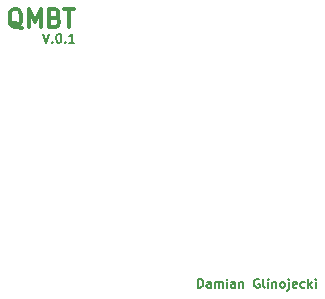
<source format=gbo>
G04 #@! TF.FileFunction,Legend,Bot*
%FSLAX46Y46*%
G04 Gerber Fmt 4.6, Leading zero omitted, Abs format (unit mm)*
G04 Created by KiCad (PCBNEW (2014-12-04 BZR 5312)-product) date 1/7/2015 12:55:41 AM*
%MOMM*%
G01*
G04 APERTURE LIST*
%ADD10C,0.100000*%
%ADD11C,0.190500*%
%ADD12C,0.300000*%
G04 APERTURE END LIST*
D10*
D11*
X68426874Y-50580834D02*
X68426874Y-49818834D01*
X68608302Y-49818834D01*
X68717159Y-49855120D01*
X68789731Y-49927691D01*
X68826016Y-50000263D01*
X68862302Y-50145406D01*
X68862302Y-50254263D01*
X68826016Y-50399406D01*
X68789731Y-50471977D01*
X68717159Y-50544549D01*
X68608302Y-50580834D01*
X68426874Y-50580834D01*
X69515445Y-50580834D02*
X69515445Y-50181691D01*
X69479159Y-50109120D01*
X69406588Y-50072834D01*
X69261445Y-50072834D01*
X69188874Y-50109120D01*
X69515445Y-50544549D02*
X69442874Y-50580834D01*
X69261445Y-50580834D01*
X69188874Y-50544549D01*
X69152588Y-50471977D01*
X69152588Y-50399406D01*
X69188874Y-50326834D01*
X69261445Y-50290549D01*
X69442874Y-50290549D01*
X69515445Y-50254263D01*
X69878303Y-50580834D02*
X69878303Y-50072834D01*
X69878303Y-50145406D02*
X69914588Y-50109120D01*
X69987160Y-50072834D01*
X70096017Y-50072834D01*
X70168588Y-50109120D01*
X70204874Y-50181691D01*
X70204874Y-50580834D01*
X70204874Y-50181691D02*
X70241160Y-50109120D01*
X70313731Y-50072834D01*
X70422588Y-50072834D01*
X70495160Y-50109120D01*
X70531445Y-50181691D01*
X70531445Y-50580834D01*
X70894303Y-50580834D02*
X70894303Y-50072834D01*
X70894303Y-49818834D02*
X70858017Y-49855120D01*
X70894303Y-49891406D01*
X70930588Y-49855120D01*
X70894303Y-49818834D01*
X70894303Y-49891406D01*
X71583731Y-50580834D02*
X71583731Y-50181691D01*
X71547445Y-50109120D01*
X71474874Y-50072834D01*
X71329731Y-50072834D01*
X71257160Y-50109120D01*
X71583731Y-50544549D02*
X71511160Y-50580834D01*
X71329731Y-50580834D01*
X71257160Y-50544549D01*
X71220874Y-50471977D01*
X71220874Y-50399406D01*
X71257160Y-50326834D01*
X71329731Y-50290549D01*
X71511160Y-50290549D01*
X71583731Y-50254263D01*
X71946589Y-50072834D02*
X71946589Y-50580834D01*
X71946589Y-50145406D02*
X71982874Y-50109120D01*
X72055446Y-50072834D01*
X72164303Y-50072834D01*
X72236874Y-50109120D01*
X72273160Y-50181691D01*
X72273160Y-50580834D01*
X73615731Y-49855120D02*
X73543160Y-49818834D01*
X73434303Y-49818834D01*
X73325446Y-49855120D01*
X73252874Y-49927691D01*
X73216589Y-50000263D01*
X73180303Y-50145406D01*
X73180303Y-50254263D01*
X73216589Y-50399406D01*
X73252874Y-50471977D01*
X73325446Y-50544549D01*
X73434303Y-50580834D01*
X73506874Y-50580834D01*
X73615731Y-50544549D01*
X73652017Y-50508263D01*
X73652017Y-50254263D01*
X73506874Y-50254263D01*
X74087446Y-50580834D02*
X74014874Y-50544549D01*
X73978589Y-50471977D01*
X73978589Y-49818834D01*
X74377732Y-50580834D02*
X74377732Y-50072834D01*
X74377732Y-49818834D02*
X74341446Y-49855120D01*
X74377732Y-49891406D01*
X74414017Y-49855120D01*
X74377732Y-49818834D01*
X74377732Y-49891406D01*
X74740589Y-50072834D02*
X74740589Y-50580834D01*
X74740589Y-50145406D02*
X74776874Y-50109120D01*
X74849446Y-50072834D01*
X74958303Y-50072834D01*
X75030874Y-50109120D01*
X75067160Y-50181691D01*
X75067160Y-50580834D01*
X75538875Y-50580834D02*
X75466303Y-50544549D01*
X75430018Y-50508263D01*
X75393732Y-50435691D01*
X75393732Y-50217977D01*
X75430018Y-50145406D01*
X75466303Y-50109120D01*
X75538875Y-50072834D01*
X75647732Y-50072834D01*
X75720303Y-50109120D01*
X75756589Y-50145406D01*
X75792875Y-50217977D01*
X75792875Y-50435691D01*
X75756589Y-50508263D01*
X75720303Y-50544549D01*
X75647732Y-50580834D01*
X75538875Y-50580834D01*
X76119447Y-50072834D02*
X76119447Y-50725977D01*
X76083161Y-50798549D01*
X76010589Y-50834834D01*
X75974304Y-50834834D01*
X76119447Y-49818834D02*
X76083161Y-49855120D01*
X76119447Y-49891406D01*
X76155732Y-49855120D01*
X76119447Y-49818834D01*
X76119447Y-49891406D01*
X76772589Y-50544549D02*
X76700018Y-50580834D01*
X76554875Y-50580834D01*
X76482304Y-50544549D01*
X76446018Y-50471977D01*
X76446018Y-50181691D01*
X76482304Y-50109120D01*
X76554875Y-50072834D01*
X76700018Y-50072834D01*
X76772589Y-50109120D01*
X76808875Y-50181691D01*
X76808875Y-50254263D01*
X76446018Y-50326834D01*
X77462018Y-50544549D02*
X77389447Y-50580834D01*
X77244304Y-50580834D01*
X77171732Y-50544549D01*
X77135447Y-50508263D01*
X77099161Y-50435691D01*
X77099161Y-50217977D01*
X77135447Y-50145406D01*
X77171732Y-50109120D01*
X77244304Y-50072834D01*
X77389447Y-50072834D01*
X77462018Y-50109120D01*
X77788590Y-50580834D02*
X77788590Y-49818834D01*
X77861161Y-50290549D02*
X78078875Y-50580834D01*
X78078875Y-50072834D02*
X77788590Y-50363120D01*
X78405447Y-50580834D02*
X78405447Y-50072834D01*
X78405447Y-49818834D02*
X78369161Y-49855120D01*
X78405447Y-49891406D01*
X78441732Y-49855120D01*
X78405447Y-49818834D01*
X78405447Y-49891406D01*
X55350229Y-29072114D02*
X55604229Y-29834114D01*
X55858229Y-29072114D01*
X56112230Y-29761543D02*
X56148515Y-29797829D01*
X56112230Y-29834114D01*
X56075944Y-29797829D01*
X56112230Y-29761543D01*
X56112230Y-29834114D01*
X56620229Y-29072114D02*
X56692801Y-29072114D01*
X56765372Y-29108400D01*
X56801658Y-29144686D01*
X56837944Y-29217257D01*
X56874229Y-29362400D01*
X56874229Y-29543829D01*
X56837944Y-29688971D01*
X56801658Y-29761543D01*
X56765372Y-29797829D01*
X56692801Y-29834114D01*
X56620229Y-29834114D01*
X56547658Y-29797829D01*
X56511372Y-29761543D01*
X56475087Y-29688971D01*
X56438801Y-29543829D01*
X56438801Y-29362400D01*
X56475087Y-29217257D01*
X56511372Y-29144686D01*
X56547658Y-29108400D01*
X56620229Y-29072114D01*
X57200801Y-29761543D02*
X57237086Y-29797829D01*
X57200801Y-29834114D01*
X57164515Y-29797829D01*
X57200801Y-29761543D01*
X57200801Y-29834114D01*
X57962800Y-29834114D02*
X57527372Y-29834114D01*
X57745086Y-29834114D02*
X57745086Y-29072114D01*
X57672515Y-29180971D01*
X57599943Y-29253543D01*
X57527372Y-29289829D01*
D12*
X53546417Y-28629349D02*
X53403560Y-28557920D01*
X53260703Y-28415063D01*
X53046417Y-28200777D01*
X52903560Y-28129349D01*
X52760703Y-28129349D01*
X52832131Y-28486491D02*
X52689274Y-28415063D01*
X52546417Y-28272206D01*
X52474988Y-27986491D01*
X52474988Y-27486491D01*
X52546417Y-27200777D01*
X52689274Y-27057920D01*
X52832131Y-26986491D01*
X53117845Y-26986491D01*
X53260703Y-27057920D01*
X53403560Y-27200777D01*
X53474988Y-27486491D01*
X53474988Y-27986491D01*
X53403560Y-28272206D01*
X53260703Y-28415063D01*
X53117845Y-28486491D01*
X52832131Y-28486491D01*
X54117846Y-28486491D02*
X54117846Y-26986491D01*
X54617846Y-28057920D01*
X55117846Y-26986491D01*
X55117846Y-28486491D01*
X56332132Y-27700777D02*
X56546418Y-27772206D01*
X56617846Y-27843634D01*
X56689275Y-27986491D01*
X56689275Y-28200777D01*
X56617846Y-28343634D01*
X56546418Y-28415063D01*
X56403560Y-28486491D01*
X55832132Y-28486491D01*
X55832132Y-26986491D01*
X56332132Y-26986491D01*
X56474989Y-27057920D01*
X56546418Y-27129349D01*
X56617846Y-27272206D01*
X56617846Y-27415063D01*
X56546418Y-27557920D01*
X56474989Y-27629349D01*
X56332132Y-27700777D01*
X55832132Y-27700777D01*
X57117846Y-26986491D02*
X57974989Y-26986491D01*
X57546418Y-28486491D02*
X57546418Y-26986491D01*
M02*

</source>
